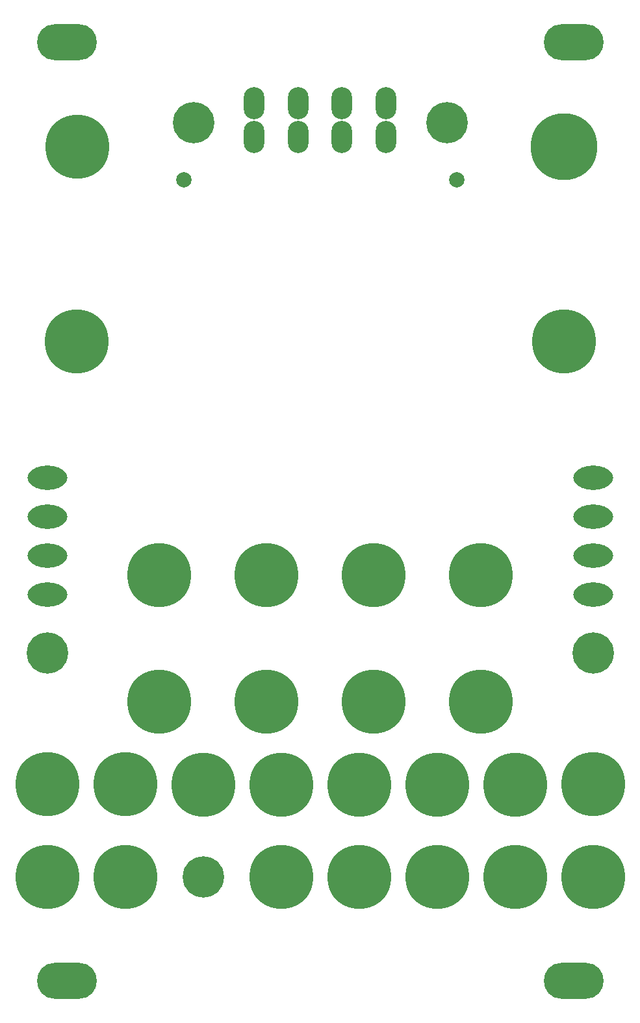
<source format=gbs>
G04 DipTrace 3.3.0.0*
G04 typhoon_panel.GBS*
%MOIN*%
G04 #@! TF.FileFunction,Soldermask,Bot*
G04 #@! TF.Part,Single*
%AMOUTLINE1*
4,1,20,
0.102562,0.0,
0.097244,-0.020147,
0.08225,-0.037803,
0.059491,-0.051459,
0.031197,-0.060108,
0.0,-0.063073,
-0.031197,-0.060108,
-0.059491,-0.051459,
-0.08225,-0.037803,
-0.097244,-0.020147,
-0.102562,0.0,
-0.097244,0.020147,
-0.08225,0.037803,
-0.059491,0.051459,
-0.031197,0.060108,
0.0,0.063073,
0.031197,0.060108,
0.059491,0.051459,
0.08225,0.037803,
0.097244,0.020147,
0.102562,0.0,
0*%
%ADD36C,0.212*%
%ADD37C,0.07874*%
%ADD44C,0.342646*%
%ADD46O,0.307213X0.185165*%
%ADD48C,0.328*%
%ADD50O,0.106425X0.16548*%
%ADD57OUTLINE1*%
%FSLAX26Y26*%
G04*
G70*
G90*
G75*
G01*
G04 BotMask*
%LPD*%
D50*
X2325500Y5019000D3*
X2100500D3*
X2325500Y4844000D3*
D36*
X1338000Y4919000D3*
D37*
X1288000Y4626077D3*
X2688000D3*
D50*
X2100500Y4844000D3*
D36*
X2638000Y4919000D3*
D48*
X2588000Y1044000D3*
X1788000D3*
X987749D3*
Y1519818D3*
X1388000Y1519000D3*
X2188000Y1044000D3*
X1788000Y1519000D3*
X2188000D3*
X2588000D3*
D46*
X3288000Y512150D3*
X688000D3*
D44*
X3238000Y4794000D3*
D46*
X688000Y5332000D3*
X3288000D3*
D48*
X2988249Y1519000D3*
X2988000Y1044000D3*
X1163000Y1944000D3*
X1713000D3*
X2263000D3*
X2813000D3*
X1163000Y2594000D3*
X1713000D3*
X2263000D3*
X2813000D3*
X743117Y4793999D3*
X738000Y3794000D3*
X587749Y1044000D3*
Y1519818D3*
X3387749Y1044000D3*
Y1519818D3*
X3238000Y3794000D3*
D36*
X588000Y2194000D3*
X3388000D3*
X1388000Y1044000D3*
D57*
X588000Y2494000D3*
Y2694000D3*
Y2894000D3*
Y3094000D3*
X3388000Y2494000D3*
Y2694000D3*
Y2894000D3*
Y3094000D3*
D50*
X1875500Y5019000D3*
Y4844000D3*
X1650500D3*
Y5019000D3*
M02*

</source>
